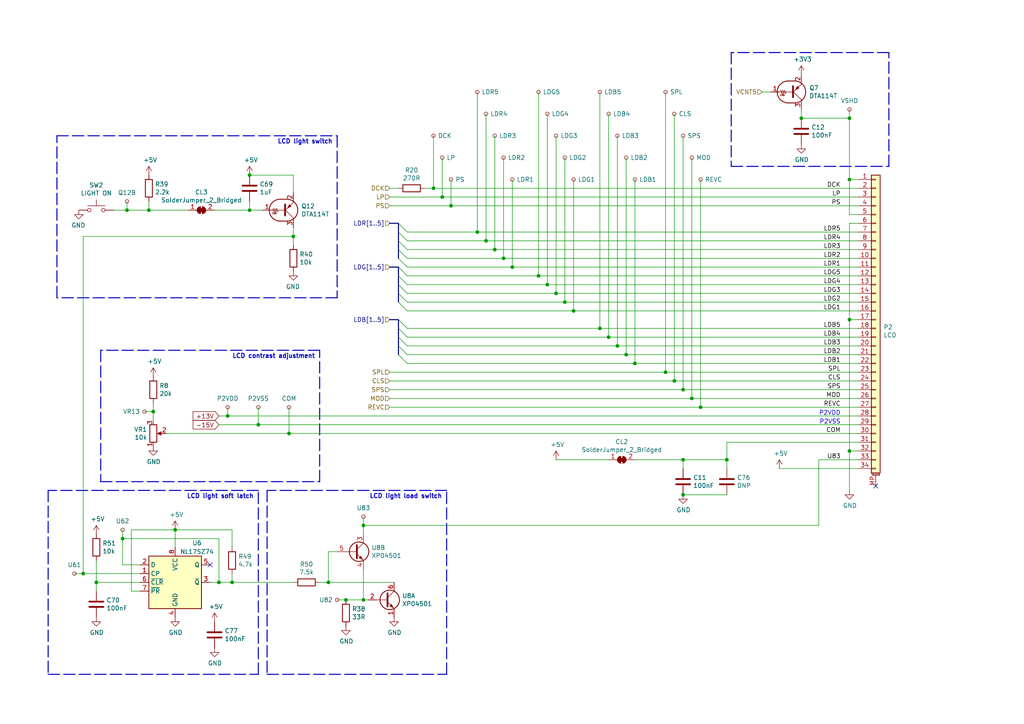
<source format=kicad_sch>
(kicad_sch (version 20211123) (generator eeschema)
  (paper "A4")
  (title_block (title "AGS-CPU-11 - LCD") (date "2021-07-26") (rev "C") (company "https://gekkio.fi") (comment 1 "https://github.com/Gekkio/gb-schematics"))
  (lib_symbols
    (symbol "AGS-CPU-11:NL17SZ74"
      (property "Reference" "U" (at -6.35 8.89 0))
      (property "Value" "NL17SZ74" (at 6.35 8.89 0))
      (symbol "NL17SZ74_0_1"
        (rectangle (start -7.62 7.62) (end 7.62 -7.62) (stroke (width 0.254)) (fill (type background)))
      )
      (symbol "NL17SZ74_1_1"
        (pin input line (at -10.16 2.54 0) (length 2.54) (name "CP") (number "1"))
        (pin input line (at -10.16 5.08 0) (length 2.54) (name "D") (number "2"))
        (pin output line (at 10.16 0 180) (length 2.54) (name "~{Q}") (number "3"))
        (pin power_in line (at 0 -10.16 90) (length 2.54) (name "GND") (number "4"))
        (pin output line (at 10.16 5.08 180) (length 2.54) (name "Q") (number "5"))
        (pin input line (at -10.16 0 0) (length 2.54) (name "~{CLR}") (number "6"))
        (pin input line (at -10.16 -2.54 0) (length 2.54) (name "~{PR}") (number "7"))
        (pin power_in line (at 0 10.16 270) (length 2.54) (name "VCC") (number "8"))
      )
    )
    (symbol "Connector:TestPoint_Small" (pin_numbers hide) (pin_names (offset 0.762) hide)
      (property "Reference" "TP" (at 0 3.81 0))
      (property "Value" "TestPoint_Small" (at 0 2.032 0))
      (symbol "TestPoint_Small_0_1"
        (circle (center 0 0) (radius 0.508))
      )
      (symbol "TestPoint_Small_1_1"
        (pin passive line (at 0 0 90) (length 0) (name "1") (number "1"))
      )
    )
    (symbol "Connector_Generic_MountingPin:Conn_01x34_MountingPin" (pin_names (offset 1.016) hide)
      (property "Reference" "J" (at 0 43.18 0))
      (property "Value" "Conn_01x34_MountingPin" (at 1.27 -45.72 0))
      (symbol "Conn_01x34_MountingPin_1_1"
        (rectangle (start -1.27 -43.053) (end 0 -43.307) (stroke (width 0.1524)))
        (rectangle (start -1.27 -40.513) (end 0 -40.767) (stroke (width 0.1524)))
        (rectangle (start -1.27 -37.973) (end 0 -38.227) (stroke (width 0.1524)))
        (rectangle (start -1.27 -35.433) (end 0 -35.687) (stroke (width 0.1524)))
        (rectangle (start -1.27 -32.893) (end 0 -33.147) (stroke (width 0.1524)))
        (rectangle (start -1.27 -30.353) (end 0 -30.607) (stroke (width 0.1524)))
        (rectangle (start -1.27 -27.813) (end 0 -28.067) (stroke (width 0.1524)))
        (rectangle (start -1.27 -25.273) (end 0 -25.527) (stroke (width 0.1524)))
        (rectangle (start -1.27 -22.733) (end 0 -22.987) (stroke (width 0.1524)))
        (rectangle (start -1.27 -20.193) (end 0 -20.447) (stroke (width 0.1524)))
        (rectangle (start -1.27 -17.653) (end 0 -17.907) (stroke (width 0.1524)))
        (rectangle (start -1.27 -15.113) (end 0 -15.367) (stroke (width 0.1524)))
        (rectangle (start -1.27 -12.573) (end 0 -12.827) (stroke (width 0.1524)))
        (rectangle (start -1.27 -10.033) (end 0 -10.287) (stroke (width 0.1524)))
        (rectangle (start -1.27 -7.493) (end 0 -7.747) (stroke (width 0.1524)))
        (rectangle (start -1.27 -4.953) (end 0 -5.207) (stroke (width 0.1524)))
        (rectangle (start -1.27 -2.413) (end 0 -2.667) (stroke (width 0.1524)))
        (rectangle (start -1.27 0.127) (end 0 -0.127) (stroke (width 0.1524)))
        (rectangle (start -1.27 2.667) (end 0 2.413) (stroke (width 0.1524)))
        (rectangle (start -1.27 5.207) (end 0 4.953) (stroke (width 0.1524)))
        (rectangle (start -1.27 7.747) (end 0 7.493) (stroke (width 0.1524)))
        (rectangle (start -1.27 10.287) (end 0 10.033) (stroke (width 0.1524)))
        (rectangle (start -1.27 12.827) (end 0 12.573) (stroke (width 0.1524)))
        (rectangle (start -1.27 15.367) (end 0 15.113) (stroke (width 0.1524)))
        (rectangle (start -1.27 17.907) (end 0 17.653) (stroke (width 0.1524)))
        (rectangle (start -1.27 20.447) (end 0 20.193) (stroke (width 0.1524)))
        (rectangle (start -1.27 22.987) (end 0 22.733) (stroke (width 0.1524)))
        (rectangle (start -1.27 25.527) (end 0 25.273) (stroke (width 0.1524)))
        (rectangle (start -1.27 28.067) (end 0 27.813) (stroke (width 0.1524)))
        (rectangle (start -1.27 30.607) (end 0 30.353) (stroke (width 0.1524)))
        (rectangle (start -1.27 33.147) (end 0 32.893) (stroke (width 0.1524)))
        (rectangle (start -1.27 35.687) (end 0 35.433) (stroke (width 0.1524)))
        (rectangle (start -1.27 38.227) (end 0 37.973) (stroke (width 0.1524)))
        (rectangle (start -1.27 40.767) (end 0 40.513) (stroke (width 0.1524)))
        (rectangle (start -1.27 41.91) (end 1.27 -44.45) (stroke (width 0.254)) (fill (type background)))
        (polyline (pts (xy -1.016 -45.212) (xy 1.016 -45.212)) (stroke (width 0.1524)))
        (text "Mounting" (at 0 -44.831 0) (effects (font (size 0.381 0.381))))
        (pin passive line (at -5.08 40.64 0) (length 3.81) (name "Pin_1") (number "1"))
        (pin passive line (at -5.08 17.78 0) (length 3.81) (name "Pin_10") (number "10"))
        (pin passive line (at -5.08 15.24 0) (length 3.81) (name "Pin_11") (number "11"))
        (pin passive line (at -5.08 12.7 0) (length 3.81) (name "Pin_12") (number "12"))
        (pin passive line (at -5.08 10.16 0) (length 3.81) (name "Pin_13") (number "13"))
        (pin passive line (at -5.08 7.62 0) (length 3.81) (name "Pin_14") (number "14"))
        (pin passive line (at -5.08 5.08 0) (length 3.81) (name "Pin_15") (number "15"))
        (pin passive line (at -5.08 2.54 0) (length 3.81) (name "Pin_16") (number "16"))
        (pin passive line (at -5.08 0 0) (length 3.81) (name "Pin_17") (number "17"))
        (pin passive line (at -5.08 -2.54 0) (length 3.81) (name "Pin_18") (number "18"))
        (pin passive line (at -5.08 -5.08 0) (length 3.81) (name "Pin_19") (number "19"))
        (pin passive line (at -5.08 38.1 0) (length 3.81) (name "Pin_2") (number "2"))
        (pin passive line (at -5.08 -7.62 0) (length 3.81) (name "Pin_20") (number "20"))
        (pin passive line (at -5.08 -10.16 0) (length 3.81) (name "Pin_21") (number "21"))
        (pin passive line (at -5.08 -12.7 0) (length 3.81) (name "Pin_22") (number "22"))
        (pin passive line (at -5.08 -15.24 0) (length 3.81) (name "Pin_23") (number "23"))
        (pin passive line (at -5.08 -17.78 0) (length 3.81) (name "Pin_24") (number "24"))
        (pin passive line (at -5.08 -20.32 0) (length 3.81) (name "Pin_25") (number "25"))
        (pin passive line (at -5.08 -22.86 0) (length 3.81) (name "Pin_26") (number "26"))
        (pin passive line (at -5.08 -25.4 0) (length 3.81) (name "Pin_27") (number "27"))
        (pin passive line (at -5.08 -27.94 0) (length 3.81) (name "Pin_28") (number "28"))
        (pin passive line (at -5.08 -30.48 0) (length 3.81) (name "Pin_29") (number "29"))
        (pin passive line (at -5.08 35.56 0) (length 3.81) (name "Pin_3") (number "3"))
        (pin passive line (at -5.08 -33.02 0) (length 3.81) (name "Pin_30") (number "30"))
        (pin passive line (at -5.08 -35.56 0) (length 3.81) (name "Pin_31") (number "31"))
        (pin passive line (at -5.08 -38.1 0) (length 3.81) (name "Pin_32") (number "32"))
        (pin passive line (at -5.08 -40.64 0) (length 3.81) (name "Pin_33") (number "33"))
        (pin passive line (at -5.08 -43.18 0) (length 3.81) (name "Pin_34") (number "34"))
        (pin passive line (at -5.08 33.02 0) (length 3.81) (name "Pin_4") (number "4"))
        (pin passive line (at -5.08 30.48 0) (length 3.81) (name "Pin_5") (number "5"))
        (pin passive line (at -5.08 27.94 0) (length 3.81) (name "Pin_6") (number "6"))
        (pin passive line (at -5.08 25.4 0) (length 3.81) (name "Pin_7") (number "7"))
        (pin passive line (at -5.08 22.86 0) (length 3.81) (name "Pin_8") (number "8"))
        (pin passive line (at -5.08 20.32 0) (length 3.81) (name "Pin_9") (number "9"))
        (pin passive line (at 0 -48.26 90) (length 3.048) (name "MountPin") (number "MP"))
      )
    )
    (symbol "Device:C" (pin_numbers hide) (pin_names (offset 0.254))
      (property "Reference" "C" (at 0.635 2.54 0))
      (property "Value" "C" (at 0.635 -2.54 0))
      (symbol "C_0_1"
        (polyline (pts (xy -2.032 -0.762) (xy 2.032 -0.762)) (stroke (width 0.508)))
        (polyline (pts (xy -2.032 0.762) (xy 2.032 0.762)) (stroke (width 0.508)))
      )
      (symbol "C_1_1"
        (pin passive line (at 0 3.81 270) (length 2.794) (name "~") (number "1"))
        (pin passive line (at 0 -3.81 90) (length 2.794) (name "~") (number "2"))
      )
    )
    (symbol "Device:Q_Dual_NPN_NPN_E1B1C2E2B2C1" (pin_names (offset 0) hide)
      (property "Reference" "Q" (at 5.08 1.27 0))
      (property "Value" "Q_Dual_NPN_NPN_E1B1C2E2B2C1" (at 5.08 -1.27 0))
      (symbol "Q_Dual_NPN_NPN_E1B1C2E2B2C1_0_1"
        (polyline (pts (xy 0.635 0) (xy -2.54 0)))
        (polyline (pts (xy 0.635 0.635) (xy 2.54 2.54)))
        (polyline (pts (xy 0.635 -0.635) (xy 2.54 -2.54) (xy 2.54 -2.54)))
        (polyline (pts (xy 0.635 1.905) (xy 0.635 -1.905) (xy 0.635 -1.905)) (stroke (width 0.508)))
        (polyline (pts (xy 1.27 -1.778) (xy 1.778 -1.27) (xy 2.286 -2.286) (xy 1.27 -1.778) (xy 1.27 -1.778)) (fill (type outline)))
        (circle (center 1.27 0) (radius 2.8194) (stroke (width 0.254)))
      )
      (symbol "Q_Dual_NPN_NPN_E1B1C2E2B2C1_1_1"
        (pin passive line (at 2.54 -5.08 90) (length 2.54) (name "E1") (number "1"))
        (pin input line (at -5.08 0 0) (length 2.54) (name "B1") (number "2"))
        (pin passive line (at 2.54 5.08 270) (length 2.54) (name "C1") (number "6"))
      )
      (symbol "Q_Dual_NPN_NPN_E1B1C2E2B2C1_2_1"
        (pin passive line (at 2.54 5.08 270) (length 2.54) (name "C2") (number "3"))
        (pin passive line (at 2.54 -5.08 90) (length 2.54) (name "E2") (number "4"))
        (pin input line (at -5.08 0 0) (length 2.54) (name "B2") (number "5"))
      )
    )
    (symbol "Device:R" (pin_numbers hide) (pin_names (offset 0))
      (property "Reference" "R" (at 2.032 0 90))
      (property "Value" "R" (at 0 0 90))
      (symbol "R_0_1"
        (rectangle (start -1.016 -2.54) (end 1.016 2.54) (stroke (width 0.254)))
      )
      (symbol "R_1_1"
        (pin passive line (at 0 3.81 270) (length 1.27) (name "~") (number "1"))
        (pin passive line (at 0 -3.81 90) (length 1.27) (name "~") (number "2"))
      )
    )
    (symbol "Device:R_Potentiometer" (pin_names (offset 1.016) hide)
      (property "Reference" "RV" (at -4.445 0 90))
      (property "Value" "R_Potentiometer" (at -2.54 0 90))
      (symbol "R_Potentiometer_0_1"
        (polyline (pts (xy 2.54 0) (xy 1.524 0)))
        (polyline (pts (xy 1.143 0) (xy 2.286 0.508) (xy 2.286 -0.508) (xy 1.143 0)) (fill (type outline)))
        (rectangle (start 1.016 2.54) (end -1.016 -2.54) (stroke (width 0.254)))
      )
      (symbol "R_Potentiometer_1_1"
        (pin passive line (at 0 3.81 270) (length 1.27) (name "1") (number "1"))
        (pin passive line (at 3.81 0 180) (length 1.27) (name "2") (number "2"))
        (pin passive line (at 0 -3.81 90) (length 1.27) (name "3") (number "3"))
      )
    )
    (symbol "Jumper:SolderJumper_2_Bridged" (pin_names (offset 0) hide)
      (property "Reference" "JP" (at 0 2.032 0))
      (property "Value" "SolderJumper_2_Bridged" (at 0 -2.54 0))
      (symbol "SolderJumper_2_Bridged_0_1"
        (rectangle (start -0.508 0.508) (end 0.508 -0.508) (fill (type outline)))
        (arc (start -0.254 1.016) (mid -1.27 0) (end -0.254 -1.016))
        (arc (start -0.254 1.016) (mid -1.27 0) (end -0.254 -1.016) (fill (type outline)))
        (polyline (pts (xy -0.254 1.016) (xy -0.254 -1.016)))
        (polyline (pts (xy 0.254 1.016) (xy 0.254 -1.016)))
        (arc (start 0.254 -1.016) (mid 1.27 0) (end 0.254 1.016))
        (arc (start 0.254 -1.016) (mid 1.27 0) (end 0.254 1.016) (fill (type outline)))
      )
      (symbol "SolderJumper_2_Bridged_1_1"
        (pin passive line (at -3.81 0 0) (length 2.54) (name "A") (number "1"))
        (pin passive line (at 3.81 0 180) (length 2.54) (name "B") (number "2"))
      )
    )
    (symbol "Switch:SW_Push" (pin_numbers hide) (pin_names (offset 1.016) hide)
      (property "Reference" "SW" (at 1.27 2.54 0))
      (property "Value" "SW_Push" (at 0 -1.524 0))
      (symbol "SW_Push_0_1"
        (circle (center -2.032 0) (radius 0.508))
        (polyline (pts (xy 0 1.27) (xy 0 3.048)))
        (polyline (pts (xy 2.54 1.27) (xy -2.54 1.27)))
        (circle (center 2.032 0) (radius 0.508))
        (pin passive line (at -5.08 0 0) (length 2.54) (name "1") (number "1"))
        (pin passive line (at 5.08 0 180) (length 2.54) (name "2") (number "2"))
      )
    )
    (symbol "Transistor_BJT:DTA114T" (pin_names (offset 0) hide)
      (property "Reference" "Q" (at 5.08 1.905 0))
      (property "Value" "DTA114T" (at 5.08 0 0))
      (symbol "DTA114T_0_0"
        (polyline (pts (xy 2.54 -2.286) (xy 2.54 -2.54)))
        (text "10k" (at -2.921 0.889 0) (effects (font (size 0.508 0.508))))
      )
      (symbol "DTA114T_0_1"
        (arc (start -1.27 3.175) (mid -4.445 0) (end -1.27 -3.175) (stroke (width 0.254)))
        (polyline (pts (xy -3.429 0) (xy -3.81 0)))
        (polyline (pts (xy -1.27 -3.175) (xy 0.635 -3.175)) (stroke (width 0.254)))
        (polyline (pts (xy -1.27 3.175) (xy 0.635 3.175)) (stroke (width 0.254)))
        (polyline (pts (xy 0 -0.254) (xy 2.54 2.286)))
        (polyline (pts (xy 0.127 1.524) (xy 0.127 -1.651)) (stroke (width 0.508)) (fill (type outline)))
        (polyline (pts (xy 2.54 2.286) (xy 2.54 2.54)))
        (polyline (pts (xy 2.54 -2.286) (xy 0 0.254) (xy 0 0.254)))
        (polyline (pts (xy 1.397 -1.651) (xy 1.905 -1.143) (xy 0.889 -0.635) (xy 1.397 -1.651)) (fill (type outline)))
        (polyline (pts (xy 0 0) (xy -1.905 0) (xy -2.032 0.508) (xy -2.286 -0.508) (xy -2.54 0.508) (xy -2.794 -0.508) (xy -3.048 0.508) (xy -3.302 -0.508) (xy -3.429 0)))
        (arc (start 0.635 -3.175) (mid 3.81 0) (end 0.635 3.175) (stroke (width 0.254)))
      )
      (symbol "DTA114T_1_1"
        (pin input line (at -6.35 0 0) (length 2.54) (name "B") (number "1"))
        (pin passive line (at 2.54 -5.08 90) (length 2.54) (name "E") (number "2"))
        (pin passive line (at 2.54 5.08 270) (length 2.54) (name "C") (number "3"))
      )
    )
    (symbol "power:+3V3" (power) (pin_names (offset 0))
      (property "Value" "+3V3" (at 0 3.556 0))
      (symbol "+3V3_0_1"
        (polyline (pts (xy -0.762 1.27) (xy 0 2.54)))
        (polyline (pts (xy 0 0) (xy 0 2.54)))
        (polyline (pts (xy 0 2.54) (xy 0.762 1.27)))
      )
      (symbol "+3V3_1_1"
        (pin power_in line (at 0 0 90) (length 0) hide (name "+3V3") (number "1"))
      )
    )
    (symbol "power:+5V" (power) (pin_names (offset 0))
      (property "Value" "+5V" (at 0 3.556 0))
      (symbol "+5V_0_1"
        (polyline (pts (xy -0.762 1.27) (xy 0 2.54)))
        (polyline (pts (xy 0 0) (xy 0 2.54)))
        (polyline (pts (xy 0 2.54) (xy 0.762 1.27)))
      )
      (symbol "+5V_1_1"
        (pin power_in line (at 0 0 90) (length 0) hide (name "+5V") (number "1"))
      )
    )
    (symbol "power:GND" (power) (pin_names (offset 0))
      (property "Value" "GND" (at 0 -3.81 0))
      (symbol "GND_0_1"
        (polyline (pts (xy 0 0) (xy 0 -1.27) (xy 1.27 -1.27) (xy 0 -2.54) (xy -1.27 -1.27) (xy 0 -1.27)))
      )
      (symbol "GND_1_1"
        (pin power_in line (at 0 0 270) (length 0) hide (name "GND") (number "1"))
      )
    )
  )
  (junction (at 105.41 152.4))
  (junction (at 203.2 118.11))
  (junction (at 146.05 74.93))
  (junction (at 246.38 34.29))
  (junction (at 105.41 173.99))
  (junction (at 198.12 113.03))
  (junction (at 36.83 60.96))
  (junction (at 198.12 143.51))
  (junction (at 143.51 72.39))
  (junction (at 210.82 133.35))
  (junction (at 27.94 168.91))
  (junction (at 67.31 168.91))
  (junction (at 200.66 115.57))
  (junction (at 179.07 100.33))
  (junction (at 44.45 119.38))
  (junction (at 63.5 168.91))
  (junction (at 130.81 59.69))
  (junction (at 43.18 60.96))
  (junction (at 148.59 77.47))
  (junction (at 85.09 68.58))
  (junction (at 95.25 168.91))
  (junction (at 74.93 123.19))
  (junction (at 72.39 60.96))
  (junction (at 140.97 69.85))
  (junction (at 163.83 87.63))
  (junction (at 195.58 110.49))
  (junction (at 50.8 153.67))
  (junction (at 246.38 130.81))
  (junction (at 166.37 90.17))
  (junction (at 246.38 52.07))
  (junction (at 246.38 92.71))
  (junction (at 100.33 173.99))
  (junction (at 72.39 50.8))
  (junction (at 193.04 107.95))
  (junction (at 156.21 80.01))
  (junction (at 125.73 54.61))
  (junction (at 66.04 120.65))
  (junction (at 35.56 156.21))
  (junction (at 158.75 82.55))
  (junction (at 173.99 95.25))
  (junction (at 176.53 97.79))
  (junction (at 184.15 105.41))
  (junction (at 161.29 85.09))
  (junction (at 24.13 166.37))
  (junction (at 198.12 133.35))
  (junction (at 232.41 34.29))
  (junction (at 128.27 57.15))
  (junction (at 138.43 67.31))
  (junction (at 181.61 102.87))
  (junction (at 83.82 125.73))
  (no_connect (at 254 140.97))
  (no_connect (at 60.96 163.83))
  (bus_entry (at 115.57 64.77) (size 2.54 2.54))
  (bus_entry (at 115.57 80.01) (size 2.54 2.54))
  (bus_entry (at 115.57 85.09) (size 2.54 2.54))
  (bus_entry (at 115.57 67.31) (size 2.54 2.54))
  (bus_entry (at 115.57 72.39) (size 2.54 2.54))
  (bus_entry (at 115.57 102.87) (size 2.54 2.54))
  (bus_entry (at 115.57 100.33) (size 2.54 2.54))
  (bus_entry (at 115.57 87.63) (size 2.54 2.54))
  (bus_entry (at 115.57 95.25) (size 2.54 2.54))
  (bus_entry (at 115.57 74.93) (size 2.54 2.54))
  (bus_entry (at 115.57 77.47) (size 2.54 2.54))
  (bus_entry (at 115.57 97.79) (size 2.54 2.54))
  (bus_entry (at 115.57 69.85) (size 2.54 2.54))
  (bus_entry (at 115.57 82.55) (size 2.54 2.54))
  (bus_entry (at 115.57 92.71) (size 2.54 2.54))
  (wire (pts (xy 21.59 166.37) (xy 24.13 166.37)))
  (wire (pts (xy 146.05 74.93) (xy 118.11 74.93)))
  (wire (pts (xy 246.38 34.29) (xy 232.41 34.29)))
  (wire (pts (xy 27.94 168.91) (xy 27.94 171.45)))
  (wire (pts (xy 48.26 125.73) (xy 83.82 125.73)))
  (wire (pts (xy 67.31 166.37) (xy 67.31 168.91)))
  (wire (pts (xy 83.82 118.11) (xy 83.82 125.73)))
  (wire (pts (xy 24.13 166.37) (xy 40.64 166.37)))
  (wire (pts (xy 158.75 82.55) (xy 248.92 82.55)))
  (wire (pts (xy 146.05 74.93) (xy 146.05 45.72)))
  (wire (pts (xy 248.92 64.77) (xy 246.38 64.77)))
  (wire (pts (xy 113.03 59.69) (xy 130.81 59.69)))
  (wire (pts (xy 118.11 69.85) (xy 140.97 69.85)))
  (wire (pts (xy 43.18 58.42) (xy 43.18 60.96)))
  (wire (pts (xy 161.29 133.35) (xy 176.53 133.35)))
  (wire (pts (xy 179.07 100.33) (xy 179.07 39.37)))
  (wire (pts (xy 198.12 113.03) (xy 113.03 113.03)))
  (wire (pts (xy 85.09 71.12) (xy 85.09 68.58)))
  (bus (pts (xy 115.57 100.33) (xy 115.57 102.87)))
  (wire (pts (xy 36.83 58.42) (xy 36.83 60.96)))
  (wire (pts (xy 138.43 67.31) (xy 138.43 26.67)))
  (wire (pts (xy 105.41 152.4) (xy 105.41 154.94)))
  (wire (pts (xy 125.73 39.37) (xy 125.73 54.61)))
  (polyline (pts (xy 29.21 101.6) (xy 29.21 139.7)) (stroke (width 0.3)))
  (wire (pts (xy 200.66 115.57) (xy 248.92 115.57)))
  (wire (pts (xy 74.93 123.19) (xy 248.92 123.19)))
  (wire (pts (xy 146.05 74.93) (xy 248.92 74.93)))
  (wire (pts (xy 166.37 90.17) (xy 166.37 52.07)))
  (wire (pts (xy 246.38 92.71) (xy 246.38 130.81)))
  (wire (pts (xy 66.04 120.65) (xy 248.92 120.65)))
  (wire (pts (xy 246.38 31.75) (xy 246.38 34.29)))
  (bus (pts (xy 115.57 85.09) (xy 115.57 87.63)))
  (wire (pts (xy 163.83 87.63) (xy 248.92 87.63)))
  (wire (pts (xy 210.82 128.27) (xy 248.92 128.27)))
  (wire (pts (xy 50.8 153.67) (xy 67.31 153.67)))
  (bus (pts (xy 115.57 72.39) (xy 115.57 74.93)))
  (wire (pts (xy 210.82 128.27) (xy 210.82 133.35)))
  (wire (pts (xy 248.92 92.71) (xy 246.38 92.71)))
  (wire (pts (xy 41.91 119.38) (xy 44.45 119.38)))
  (bus (pts (xy 115.57 77.47) (xy 115.57 80.01)))
  (wire (pts (xy 33.02 60.96) (xy 36.83 60.96)))
  (wire (pts (xy 36.83 60.96) (xy 43.18 60.96)))
  (wire (pts (xy 148.59 77.47) (xy 148.59 52.07)))
  (wire (pts (xy 97.79 173.99) (xy 100.33 173.99)))
  (wire (pts (xy 63.5 123.19) (xy 74.93 123.19)))
  (wire (pts (xy 72.39 50.8) (xy 85.09 50.8)))
  (polyline (pts (xy 212.09 48.26) (xy 257.81 48.26)) (stroke (width 0.3)))
  (wire (pts (xy 40.64 168.91) (xy 27.94 168.91)))
  (wire (pts (xy 138.43 67.31) (xy 248.92 67.31)))
  (wire (pts (xy 198.12 143.51) (xy 210.82 143.51)))
  (wire (pts (xy 246.38 52.07) (xy 246.38 34.29)))
  (wire (pts (xy 35.56 153.67) (xy 35.56 156.21)))
  (wire (pts (xy 118.11 87.63) (xy 163.83 87.63)))
  (wire (pts (xy 198.12 113.03) (xy 248.92 113.03)))
  (polyline (pts (xy 257.81 48.26) (xy 257.81 15.24)) (stroke (width 0.3)))
  (bus (pts (xy 115.57 67.31) (xy 115.57 69.85)))
  (wire (pts (xy 140.97 69.85) (xy 248.92 69.85)))
  (wire (pts (xy 193.04 107.95) (xy 193.04 26.67)))
  (wire (pts (xy 72.39 58.42) (xy 72.39 60.96)))
  (wire (pts (xy 35.56 163.83) (xy 35.56 156.21)))
  (wire (pts (xy 248.92 130.81) (xy 246.38 130.81)))
  (wire (pts (xy 115.57 54.61) (xy 113.03 54.61)))
  (wire (pts (xy 161.29 85.09) (xy 248.92 85.09)))
  (wire (pts (xy 198.12 113.03) (xy 198.12 39.37)))
  (wire (pts (xy 123.19 54.61) (xy 125.73 54.61)))
  (polyline (pts (xy 212.09 15.24) (xy 212.09 48.26)) (stroke (width 0.3)))
  (wire (pts (xy 63.5 156.21) (xy 63.5 168.91)))
  (polyline (pts (xy 13.97 142.24) (xy 13.97 195.58)) (stroke (width 0.3)))
  (wire (pts (xy 143.51 72.39) (xy 143.51 39.37)))
  (wire (pts (xy 130.81 59.69) (xy 130.81 52.07)))
  (wire (pts (xy 44.45 116.84) (xy 44.45 119.38)))
  (wire (pts (xy 40.64 171.45) (xy 38.1 171.45)))
  (wire (pts (xy 176.53 97.79) (xy 176.53 33.02)))
  (wire (pts (xy 181.61 102.87) (xy 181.61 45.72)))
  (wire (pts (xy 105.41 165.1) (xy 105.41 173.99)))
  (wire (pts (xy 195.58 110.49) (xy 248.92 110.49)))
  (wire (pts (xy 118.11 85.09) (xy 161.29 85.09)))
  (wire (pts (xy 85.09 68.58) (xy 24.13 68.58)))
  (wire (pts (xy 118.11 77.47) (xy 148.59 77.47)))
  (wire (pts (xy 38.1 153.67) (xy 50.8 153.67)))
  (wire (pts (xy 128.27 57.15) (xy 113.03 57.15)))
  (wire (pts (xy 158.75 82.55) (xy 158.75 33.02)))
  (polyline (pts (xy 16.51 39.37) (xy 97.79 39.37)) (stroke (width 0.3)))
  (bus (pts (xy 113.03 77.47) (xy 115.57 77.47)))
  (wire (pts (xy 198.12 135.89) (xy 198.12 133.35)))
  (wire (pts (xy 105.41 149.86) (xy 105.41 152.4)))
  (wire (pts (xy 210.82 133.35) (xy 210.82 135.89)))
  (wire (pts (xy 232.41 31.75) (xy 232.41 34.29)))
  (wire (pts (xy 113.03 110.49) (xy 195.58 110.49)))
  (wire (pts (xy 67.31 153.67) (xy 67.31 158.75)))
  (wire (pts (xy 125.73 54.61) (xy 248.92 54.61)))
  (wire (pts (xy 118.11 90.17) (xy 166.37 90.17)))
  (wire (pts (xy 85.09 168.91) (xy 67.31 168.91)))
  (wire (pts (xy 184.15 133.35) (xy 198.12 133.35)))
  (wire (pts (xy 246.38 64.77) (xy 246.38 92.71)))
  (wire (pts (xy 63.5 120.65) (xy 66.04 120.65)))
  (bus (pts (xy 115.57 80.01) (xy 115.57 82.55)))
  (polyline (pts (xy 77.47 142.24) (xy 77.47 195.58)) (stroke (width 0.3)))
  (wire (pts (xy 118.11 102.87) (xy 181.61 102.87)))
  (wire (pts (xy 105.41 173.99) (xy 100.33 173.99)))
  (wire (pts (xy 176.53 97.79) (xy 248.92 97.79)))
  (wire (pts (xy 198.12 133.35) (xy 210.82 133.35)))
  (wire (pts (xy 113.03 118.11) (xy 203.2 118.11)))
  (wire (pts (xy 179.07 100.33) (xy 248.92 100.33)))
  (wire (pts (xy 118.11 105.41) (xy 184.15 105.41)))
  (bus (pts (xy 113.03 64.77) (xy 115.57 64.77)))
  (wire (pts (xy 118.11 97.79) (xy 176.53 97.79)))
  (wire (pts (xy 246.38 52.07) (xy 246.38 62.23)))
  (wire (pts (xy 76.2 60.96) (xy 72.39 60.96)))
  (wire (pts (xy 63.5 168.91) (xy 60.96 168.91)))
  (wire (pts (xy 85.09 68.58) (xy 85.09 66.04)))
  (polyline (pts (xy 16.51 86.36) (xy 16.51 39.37)) (stroke (width 0.3)))
  (polyline (pts (xy 97.79 86.36) (xy 16.51 86.36)) (stroke (width 0.3)))
  (wire (pts (xy 50.8 153.67) (xy 50.8 158.75)))
  (wire (pts (xy 118.11 95.25) (xy 173.99 95.25)))
  (polyline (pts (xy 74.93 142.24) (xy 13.97 142.24)) (stroke (width 0.3)))
  (wire (pts (xy 193.04 107.95) (xy 248.92 107.95)))
  (wire (pts (xy 106.68 173.99) (xy 105.41 173.99)))
  (polyline (pts (xy 129.54 195.58) (xy 129.54 142.24)) (stroke (width 0.3)))
  (wire (pts (xy 143.51 72.39) (xy 248.92 72.39)))
  (wire (pts (xy 220.98 26.67) (xy 223.52 26.67)))
  (wire (pts (xy 72.39 60.96) (xy 62.23 60.96)))
  (bus (pts (xy 115.57 82.55) (xy 115.57 85.09)))
  (polyline (pts (xy 129.54 142.24) (xy 77.47 142.24)) (stroke (width 0.3)))
  (wire (pts (xy 246.38 52.07) (xy 248.92 52.07)))
  (wire (pts (xy 200.66 115.57) (xy 113.03 115.57)))
  (wire (pts (xy 35.56 156.21) (xy 63.5 156.21)))
  (wire (pts (xy 27.94 162.56) (xy 27.94 168.91)))
  (wire (pts (xy 118.11 67.31) (xy 138.43 67.31)))
  (polyline (pts (xy 257.81 15.24) (xy 212.09 15.24)) (stroke (width 0.3)))
  (wire (pts (xy 95.25 160.02) (xy 95.25 168.91)))
  (wire (pts (xy 92.71 168.91) (xy 95.25 168.91)))
  (wire (pts (xy 105.41 152.4) (xy 237.49 152.4)))
  (wire (pts (xy 166.37 90.17) (xy 248.92 90.17)))
  (wire (pts (xy 118.11 80.01) (xy 156.21 80.01)))
  (wire (pts (xy 130.81 59.69) (xy 248.92 59.69)))
  (wire (pts (xy 74.93 123.19) (xy 74.93 118.11)))
  (wire (pts (xy 118.11 100.33) (xy 179.07 100.33)))
  (polyline (pts (xy 77.47 195.58) (xy 129.54 195.58)) (stroke (width 0.3)))
  (wire (pts (xy 184.15 105.41) (xy 184.15 52.07)))
  (wire (pts (xy 24.13 68.58) (xy 24.13 166.37)))
  (polyline (pts (xy 74.93 195.58) (xy 74.93 142.24)) (stroke (width 0.3)))
  (wire (pts (xy 143.51 72.39) (xy 118.11 72.39)))
  (wire (pts (xy 67.31 168.91) (xy 63.5 168.91)))
  (wire (pts (xy 237.49 152.4) (xy 237.49 133.35)))
  (wire (pts (xy 148.59 77.47) (xy 248.92 77.47)))
  (polyline (pts (xy 97.79 39.37) (xy 97.79 86.36)) (stroke (width 0.3)))
  (polyline (pts (xy 29.21 139.7) (xy 92.71 139.7)) (stroke (width 0.3)))
  (bus (pts (xy 115.57 92.71) (xy 115.57 95.25)))
  (wire (pts (xy 44.45 119.38) (xy 44.45 121.92)))
  (bus (pts (xy 115.57 64.77) (xy 115.57 67.31)))
  (wire (pts (xy 128.27 57.15) (xy 128.27 45.72)))
  (wire (pts (xy 83.82 125.73) (xy 248.92 125.73)))
  (wire (pts (xy 200.66 45.72) (xy 200.66 115.57)))
  (wire (pts (xy 66.04 120.65) (xy 66.04 118.11)))
  (wire (pts (xy 203.2 118.11) (xy 248.92 118.11)))
  (wire (pts (xy 184.15 105.41) (xy 248.92 105.41)))
  (polyline (pts (xy 13.97 195.58) (xy 74.93 195.58)) (stroke (width 0.3)))
  (wire (pts (xy 193.04 107.95) (xy 113.03 107.95)))
  (bus (pts (xy 113.03 92.71) (xy 115.57 92.71)))
  (wire (pts (xy 246.38 130.81) (xy 246.38 142.24)))
  (wire (pts (xy 237.49 133.35) (xy 248.92 133.35)))
  (wire (pts (xy 156.21 80.01) (xy 156.21 26.67)))
  (wire (pts (xy 203.2 118.11) (xy 203.2 52.07)))
  (wire (pts (xy 40.64 163.83) (xy 35.56 163.83)))
  (wire (pts (xy 85.09 55.88) (xy 85.09 50.8)))
  (wire (pts (xy 118.11 82.55) (xy 158.75 82.55)))
  (wire (pts (xy 173.99 95.25) (xy 173.99 26.67)))
  (wire (pts (xy 128.27 57.15) (xy 248.92 57.15)))
  (wire (pts (xy 95.25 168.91) (xy 114.3 168.91)))
  (wire (pts (xy 43.18 60.96) (xy 54.61 60.96)))
  (wire (pts (xy 38.1 153.67) (xy 38.1 171.45)))
  (bus (pts (xy 115.57 95.25) (xy 115.57 97.79)))
  (wire (pts (xy 226.06 135.89) (xy 248.92 135.89)))
  (wire (pts (xy 181.61 102.87) (xy 248.92 102.87)))
  (bus (pts (xy 115.57 69.85) (xy 115.57 72.39)))
  (wire (pts (xy 140.97 69.85) (xy 140.97 33.02)))
  (wire (pts (xy 161.29 85.09) (xy 161.29 39.37)))
  (wire (pts (xy 248.92 62.23) (xy 246.38 62.23)))
  (wire (pts (xy 97.79 160.02) (xy 95.25 160.02)))
  (bus (pts (xy 115.57 97.79) (xy 115.57 100.33)))
  (polyline (pts (xy 92.71 101.6) (xy 29.21 101.6)) (stroke (width 0.3)))
  (polyline (pts (xy 92.71 139.7) (xy 92.71 101.6)) (stroke (width 0.3)))
  (wire (pts (xy 156.21 80.01) (xy 248.92 80.01)))
  (wire (pts (xy 195.58 110.49) (xy 195.58 33.02)))
  (wire (pts (xy 163.83 87.63) (xy 163.83 45.72)))
  (wire (pts (xy 173.99 95.25) (xy 248.92 95.25)))
  (text "LCD light switch" (at 96.52 41.91 180) (effects (font (size 1.27 1.27) (thickness 0.254) bold) (justify right bottom)))
  (text "P2VDD" (at 243.84 120.65 180) (effects (font (size 1.27 1.27)) (justify right bottom)))
  (text "LCD light load switch" (at 128.27 144.78 180) (effects (font (size 1.27 1.27) (thickness 0.254) bold) (justify right bottom)))
  (text "P2VSS" (at 243.84 123.19 180) (effects (font (size 1.27 1.27)) (justify right bottom)))
  (text "LCD contrast adjustment" (at 91.44 104.14 180) (effects (font (size 1.27 1.27) (thickness 0.254) bold) (justify right bottom)))
  (text "LCD light soft latch" (at 73.66 144.78 180) (effects (font (size 1.27 1.27) (thickness 0.254) bold) (justify right bottom)))
  (label "LDB1" (at 243.84 105.41 180))
  (label "SPS" (at 243.84 113.03 180))
  (label "DCK" (at 243.84 54.61 180))
  (label "REVC" (at 243.84 118.11 180))
  (label "LDB5" (at 243.84 95.25 180))
  (label "LDG1" (at 243.84 90.17 180))
  (label "U83" (at 243.84 133.35 180))
  (label "SPL" (at 243.84 107.95 180))
  (label "LDR5" (at 243.84 67.31 180))
  (label "LDR2" (at 243.84 74.93 180))
  (label "LDG2" (at 243.84 87.63 180))
  (label "LP" (at 243.84 57.15 180))
  (label "LDG4" (at 243.84 82.55 180))
  (label "PS" (at 243.84 59.69 180))
  (label "LDG3" (at 243.84 85.09 180))
  (label "LDR3" (at 243.84 72.39 180))
  (label "MOD" (at 243.84 115.57 180))
  (label "LDB3" (at 243.84 100.33 180))
  (label "LDB4" (at 243.84 97.79 180))
  (label "CLS" (at 243.84 110.49 180))
  (label "LDR1" (at 243.84 77.47 180))
  (label "LDB2" (at 243.84 102.87 180))
  (label "LDG5" (at 243.84 80.01 180))
  (label "COM" (at 243.84 125.73 180))
  (label "LDR4" (at 243.84 69.85 180))
  (global_label "-15V" (shape input) (at 63.5 123.19 180) (property "Intersheet References" "${INTERSHEET_REFS}" (effects hide)))
  (global_label "+13V" (shape input) (at 63.5 120.65 180) (property "Intersheet References" "${INTERSHEET_REFS}" (effects hide)))
  (hierarchical_label "LDB[1..5]" (shape input) (at 113.03 92.71 180))
  (hierarchical_label "DCK" (shape input) (at 113.03 54.61 180))
  (hierarchical_label "LDG[1..5]" (shape input) (at 113.03 77.47 180))
  (hierarchical_label "PS" (shape input) (at 113.03 59.69 180))
  (hierarchical_label "SPS" (shape input) (at 113.03 113.03 180))
  (hierarchical_label "CLS" (shape input) (at 113.03 110.49 180))
  (hierarchical_label "SPL" (shape input) (at 113.03 107.95 180))
  (hierarchical_label "REVC" (shape input) (at 113.03 118.11 180))
  (hierarchical_label "MOD" (shape input) (at 113.03 115.57 180))
  (hierarchical_label "LP" (shape input) (at 113.03 57.15 180))
  (hierarchical_label "LDR[1..5]" (shape input) (at 113.03 64.77 180))
  (hierarchical_label "VCNT5" (shape input) (at 220.98 26.67 180))
  (symbol (lib_id "Connector_Generic_MountingPin:Conn_01x34_MountingPin") (at 254 92.71 0) (unit 1)
    (property "Reference" "P2" (at 256.2352 94.8944 0) (effects (justify left)))
    (property "Value" "LCD" (at 256.2352 97.2058 0) (effects (justify left)))
  )
  (symbol (lib_id "Device:C") (at 232.41 38.1 0) (unit 1)
    (property "Reference" "C12" (at 235.331 36.9316 0) (effects (justify left)))
    (property "Value" "100nF" (at 235.331 39.243 0) (effects (justify left)))
  )
  (symbol (lib_id "Connector:TestPoint_Small") (at 246.38 31.75 90) (unit 1)
    (property "Reference" "TP99" (effects hide))
    (property "Value" "VSHD" (at 246.38 29.21 90))
  )
  (symbol (lib_id "Transistor_BJT:DTA114T") (at 229.87 26.67 0) (mirror x) (unit 1)
    (property "Reference" "Q7" (at 234.696 25.5016 0) (effects (justify left)))
    (property "Value" "DTA114T" (at 234.696 27.813 0) (effects (justify left)))
  )
  (symbol (lib_id "power:+3V3") (at 232.41 21.59 0) (unit 1)
    (property "Reference" "#PWR0188" (effects hide))
    (property "Value" "+3V3" (at 232.791 17.1958 0))
  )
  (symbol (lib_id "power:GND") (at 232.41 41.91 0) (unit 1)
    (property "Reference" "#PWR0189" (effects hide))
    (property "Value" "GND" (at 232.537 46.3042 0))
  )
  (symbol (lib_id "power:GND") (at 246.38 142.24 0) (unit 1)
    (property "Reference" "#PWR0190" (effects hide))
    (property "Value" "GND" (at 246.507 146.6342 0))
  )
  (symbol (lib_id "power:+5V") (at 226.06 135.89 0) (unit 1)
    (property "Reference" "#PWR0191" (effects hide))
    (property "Value" "+5V" (at 226.441 131.4958 0))
  )
  (symbol (lib_id "Device:R") (at 119.38 54.61 90) (unit 1)
    (property "Reference" "R20" (at 119.38 49.3522 90))
    (property "Value" "270R" (at 119.38 51.6636 90))
  )
  (symbol (lib_id "Jumper:SolderJumper_2_Bridged") (at 180.34 133.35 0) (unit 1)
    (property "Reference" "CL2" (at 180.34 128.143 0))
    (property "Value" "SolderJumper_2_Bridged" (at 180.34 130.4544 0))
  )
  (symbol (lib_id "power:+5V") (at 161.29 133.35 0) (unit 1)
    (property "Reference" "#PWR0206" (effects hide))
    (property "Value" "+5V" (at 161.671 128.9558 0))
  )
  (symbol (lib_id "Device:C") (at 198.12 139.7 0) (unit 1)
    (property "Reference" "C11" (at 201.041 138.5316 0) (effects (justify left)))
    (property "Value" "100nF" (at 201.041 140.843 0) (effects (justify left)))
  )
  (symbol (lib_id "Device:C") (at 210.82 139.7 0) (unit 1)
    (property "Reference" "C76" (at 213.741 138.5316 0) (effects (justify left)))
    (property "Value" "DNP" (at 213.741 140.843 0) (effects (justify left)))
  )
  (symbol (lib_id "power:GND") (at 114.3 179.07 0) (unit 1)
    (property "Reference" "#PWR0204" (effects hide))
    (property "Value" "GND" (at 114.427 183.4642 0))
  )
  (symbol (lib_id "Device:Q_Dual_NPN_NPN_E1B1C2E2B2C1") (at 111.76 173.99 0) (unit 1)
    (property "Reference" "U8" (at 116.6114 172.8216 0) (effects (justify left)))
    (property "Value" "XP04501" (at 116.6114 175.133 0) (effects (justify left)))
  )
  (symbol (lib_id "Device:Q_Dual_NPN_NPN_E1B1C2E2B2C1") (at 102.87 160.02 0) (unit 2)
    (property "Reference" "U8" (at 107.7214 158.8516 0) (effects (justify left)))
    (property "Value" "XP04501" (at 107.7214 161.163 0) (effects (justify left)))
  )
  (symbol (lib_id "power:GND") (at 198.12 143.51 0) (unit 1)
    (property "Reference" "#PWR0192" (effects hide))
    (property "Value" "GND" (at 198.247 147.9042 0))
  )
  (symbol (lib_id "Connector:TestPoint_Small") (at 74.93 118.11 90) (unit 1)
    (property "Reference" "TP72" (effects hide))
    (property "Value" "P2VSS" (at 74.93 115.57 90))
  )
  (symbol (lib_id "Connector:TestPoint_Small") (at 66.04 118.11 90) (unit 1)
    (property "Reference" "TP71" (effects hide))
    (property "Value" "P2VDD" (at 66.04 115.57 90))
  )
  (symbol (lib_id "Connector:TestPoint_Small") (at 83.82 118.11 90) (unit 1)
    (property "Reference" "TP73" (effects hide))
    (property "Value" "COM" (at 83.82 115.57 90))
  )
  (symbol (lib_id "Device:R_Potentiometer") (at 44.45 125.73 0) (mirror x) (unit 1)
    (property "Reference" "VR1" (at 42.672 124.5616 0) (effects (justify right)))
    (property "Value" "10k" (at 42.672 126.873 0) (effects (justify right)))
  )
  (symbol (lib_id "power:GND") (at 44.45 129.54 0) (unit 1)
    (property "Reference" "#PWR0193" (effects hide))
    (property "Value" "GND" (at 44.577 133.9342 0))
  )
  (symbol (lib_id "Device:R") (at 44.45 113.03 0) (unit 1)
    (property "Reference" "R8" (at 46.228 111.8616 0) (effects (justify left)))
    (property "Value" "20k" (at 46.228 114.173 0) (effects (justify left)))
  )
  (symbol (lib_id "power:+5V") (at 44.45 109.22 0) (unit 1)
    (property "Reference" "#PWR0194" (effects hide))
    (property "Value" "+5V" (at 44.831 104.8258 0))
  )
  (symbol (lib_id "Connector:TestPoint_Small") (at 41.91 119.38 90) (unit 1)
    (property "Reference" "TP70" (effects hide))
    (property "Value" "VR13" (at 40.64 119.3799 90) (effects (justify left)))
  )
  (symbol (lib_id "Device:R") (at 100.33 177.8 0) (unit 1)
    (property "Reference" "R38" (at 102.108 176.6316 0) (effects (justify left)))
    (property "Value" "33R" (at 102.108 178.943 0) (effects (justify left)))
  )
  (symbol (lib_id "power:GND") (at 100.33 181.61 0) (unit 1)
    (property "Reference" "#PWR0205" (effects hide))
    (property "Value" "GND" (at 100.457 186.0042 0))
  )
  (symbol (lib_id "Connector:TestPoint_Small") (at 97.79 173.99 180) (unit 1)
    (property "Reference" "TP74" (effects hide))
    (property "Value" "U82" (at 96.52 173.9899 0) (effects (justify left)))
  )
  (symbol (lib_id "Connector:TestPoint_Small") (at 125.73 39.37 0) (unit 1)
    (property "Reference" "TP76" (effects hide))
    (property "Value" "DCK" (at 127 39.3699 0) (effects (justify left)))
  )
  (symbol (lib_id "Connector:TestPoint_Small") (at 128.27 45.72 0) (unit 1)
    (property "Reference" "TP77" (effects hide))
    (property "Value" "LP" (at 129.54 45.7199 0) (effects (justify left)))
  )
  (symbol (lib_id "Connector:TestPoint_Small") (at 130.81 52.07 0) (unit 1)
    (property "Reference" "TP78" (effects hide))
    (property "Value" "PS" (at 132.08 52.0699 0) (effects (justify left)))
  )
  (symbol (lib_id "Connector:TestPoint_Small") (at 138.43 26.67 0) (unit 1)
    (property "Reference" "TP79" (effects hide))
    (property "Value" "LDR5" (at 139.7 26.6699 0) (effects (justify left)))
  )
  (symbol (lib_id "Connector:TestPoint_Small") (at 140.97 33.02 0) (unit 1)
    (property "Reference" "TP80" (effects hide))
    (property "Value" "LDR4" (at 142.24 33.0199 0) (effects (justify left)))
  )
  (symbol (lib_id "Connector:TestPoint_Small") (at 143.51 39.37 0) (unit 1)
    (property "Reference" "TP81" (effects hide))
    (property "Value" "LDR3" (at 144.78 39.3699 0) (effects (justify left)))
  )
  (symbol (lib_id "Connector:TestPoint_Small") (at 146.05 45.72 0) (unit 1)
    (property "Reference" "TP82" (effects hide))
    (property "Value" "LDR2" (at 147.32 45.7199 0) (effects (justify left)))
  )
  (symbol (lib_id "Connector:TestPoint_Small") (at 148.59 52.07 0) (unit 1)
    (property "Reference" "TP83" (effects hide))
    (property "Value" "LDR1" (at 149.86 52.0699 0) (effects (justify left)))
  )
  (symbol (lib_id "Connector:TestPoint_Small") (at 105.41 149.86 90) (unit 1)
    (property "Reference" "TP75" (effects hide))
    (property "Value" "U83" (at 105.41 147.32 90))
  )
  (symbol (lib_id "Connector:TestPoint_Small") (at 156.21 26.67 0) (unit 1)
    (property "Reference" "TP84" (effects hide))
    (property "Value" "LDG5" (at 157.48 26.6699 0) (effects (justify left)))
  )
  (symbol (lib_id "Connector:TestPoint_Small") (at 158.75 33.02 0) (unit 1)
    (property "Reference" "TP85" (effects hide))
    (property "Value" "LDG4" (at 160.02 33.0199 0) (effects (justify left)))
  )
  (symbol (lib_id "Connector:TestPoint_Small") (at 161.29 39.37 0) (unit 1)
    (property "Reference" "TP86" (effects hide))
    (property "Value" "LDG3" (at 162.56 39.3699 0) (effects (justify left)))
  )
  (symbol (lib_id "Connector:TestPoint_Small") (at 163.83 45.72 0) (unit 1)
    (property "Reference" "TP87" (effects hide))
    (property "Value" "LDG2" (at 165.1 45.7199 0) (effects (justify left)))
  )
  (symbol (lib_id "Connector:TestPoint_Small") (at 166.37 52.07 0) (unit 1)
    (property "Reference" "TP88" (effects hide))
    (property "Value" "LDG1" (at 167.64 52.0699 0) (effects (justify left)))
  )
  (symbol (lib_id "Connector:TestPoint_Small") (at 173.99 26.67 0) (unit 1)
    (property "Reference" "TP89" (effects hide))
    (property "Value" "LDB5" (at 175.26 26.6699 0) (effects (justify left)))
  )
  (symbol (lib_id "Connector:TestPoint_Small") (at 176.53 33.02 0) (unit 1)
    (property "Reference" "TP90" (effects hide))
    (property "Value" "LDB4" (at 177.8 33.0199 0) (effects (justify left)))
  )
  (symbol (lib_id "Connector:TestPoint_Small") (at 179.07 39.37 0) (unit 1)
    (property "Reference" "TP91" (effects hide))
    (property "Value" "LDB3" (at 180.34 39.3699 0) (effects (justify left)))
  )
  (symbol (lib_id "Connector:TestPoint_Small") (at 181.61 45.72 0) (unit 1)
    (property "Reference" "TP92" (effects hide))
    (property "Value" "LDB2" (at 182.88 45.7199 0) (effects (justify left)))
  )
  (symbol (lib_id "Connector:TestPoint_Small") (at 184.15 52.07 0) (unit 1)
    (property "Reference" "TP93" (effects hide))
    (property "Value" "LDB1" (at 185.42 52.0699 0) (effects (justify left)))
  )
  (symbol (lib_id "Connector:TestPoint_Small") (at 203.2 52.07 0) (unit 1)
    (property "Reference" "TP98" (effects hide))
    (property "Value" "REVC" (at 204.47 52.0699 0) (effects (justify left)))
  )
  (symbol (lib_id "Connector:TestPoint_Small") (at 200.66 45.72 0) (unit 1)
    (property "Reference" "TP97" (effects hide))
    (property "Value" "MOD" (at 201.93 45.7199 0) (effects (justify left)))
  )
  (symbol (lib_id "Connector:TestPoint_Small") (at 198.12 39.37 0) (unit 1)
    (property "Reference" "TP96" (effects hide))
    (property "Value" "SPS" (at 199.39 39.3699 0) (effects (justify left)))
  )
  (symbol (lib_id "Connector:TestPoint_Small") (at 195.58 33.02 0) (unit 1)
    (property "Reference" "TP95" (effects hide))
    (property "Value" "CLS" (at 196.85 33.0199 0) (effects (justify left)))
  )
  (symbol (lib_id "Connector:TestPoint_Small") (at 193.04 26.67 0) (unit 1)
    (property "Reference" "TP94" (effects hide))
    (property "Value" "SPL" (at 194.31 26.6699 0) (effects (justify left)))
  )
  (symbol (lib_id "Switch:SW_Push") (at 27.94 60.96 0) (mirror y) (unit 1)
    (property "Reference" "SW2" (at 27.94 53.721 0))
    (property "Value" "LIGHT ON" (at 27.94 56.0324 0))
  )
  (symbol (lib_id "power:GND") (at 22.86 60.96 0) (mirror y) (unit 1)
    (property "Reference" "#PWR0195" (effects hide))
    (property "Value" "GND" (at 22.733 65.3542 0))
  )
  (symbol (lib_id "Connector:TestPoint_Small") (at 36.83 58.42 0) (unit 1)
    (property "Reference" "TP69" (effects hide))
    (property "Value" "Q12B" (at 36.83 55.88 0))
  )
  (symbol (lib_id "Jumper:SolderJumper_2_Bridged") (at 58.42 60.96 0) (unit 1)
    (property "Reference" "CL3" (at 58.42 55.753 0))
    (property "Value" "SolderJumper_2_Bridged" (at 58.42 58.0644 0))
  )
  (symbol (lib_id "Device:R") (at 43.18 54.61 0) (unit 1)
    (property "Reference" "R39" (at 44.958 53.4416 0) (effects (justify left)))
    (property "Value" "2.2k" (at 44.958 55.753 0) (effects (justify left)))
  )
  (symbol (lib_id "power:+5V") (at 43.18 50.8 0) (unit 1)
    (property "Reference" "#PWR0207" (effects hide))
    (property "Value" "+5V" (at 43.561 46.4058 0))
  )
  (symbol (lib_id "Transistor_BJT:DTA114T") (at 82.55 60.96 0) (mirror x) (unit 1)
    (property "Reference" "Q12" (at 87.376 59.7916 0) (effects (justify left)))
    (property "Value" "DTA114T" (at 87.376 62.103 0) (effects (justify left)))
  )
  (symbol (lib_id "Device:C") (at 72.39 54.61 0) (unit 1)
    (property "Reference" "C69" (at 75.311 53.4416 0) (effects (justify left)))
    (property "Value" "1uF" (at 75.311 55.753 0) (effects (justify left)))
  )
  (symbol (lib_id "power:+5V") (at 72.39 50.8 0) (unit 1)
    (property "Reference" "#PWR0196" (effects hide))
    (property "Value" "+5V" (at 72.771 46.4058 0))
  )
  (symbol (lib_id "Device:R") (at 85.09 74.93 0) (unit 1)
    (property "Reference" "R40" (at 86.868 73.7616 0) (effects (justify left)))
    (property "Value" "10k" (at 86.868 76.073 0) (effects (justify left)))
  )
  (symbol (lib_id "power:GND") (at 85.09 78.74 0) (mirror y) (unit 1)
    (property "Reference" "#PWR0197" (effects hide))
    (property "Value" "GND" (at 84.963 83.1342 0))
  )
  (symbol (lib_id "Connector:TestPoint_Small") (at 21.59 166.37 90) (unit 1)
    (property "Reference" "TP67" (effects hide))
    (property "Value" "U61" (at 21.59 163.83 90))
  )
  (symbol (lib_id "AGS-CPU-11:NL17SZ74") (at 50.8 168.91 0) (unit 1)
    (property "Reference" "U6" (at 57.15 157.48 0))
    (property "Value" "NL17SZ74" (at 57.15 160.02 0))
  )
  (symbol (lib_id "power:+5V") (at 50.8 153.67 0) (unit 1)
    (property "Reference" "#PWR0198" (effects hide))
    (property "Value" "+5V" (at 51.181 149.2758 0))
  )
  (symbol (lib_id "power:GND") (at 50.8 179.07 0) (unit 1)
    (property "Reference" "#PWR0199" (effects hide))
    (property "Value" "GND" (at 50.927 183.4642 0))
  )
  (symbol (lib_id "Device:R") (at 27.94 158.75 0) (unit 1)
    (property "Reference" "R51" (at 29.718 157.5816 0) (effects (justify left)))
    (property "Value" "10k" (at 29.718 159.893 0) (effects (justify left)))
  )
  (symbol (lib_id "Device:C") (at 27.94 175.26 0) (unit 1)
    (property "Reference" "C70" (at 30.861 174.0916 0) (effects (justify left)))
    (property "Value" "100nF" (at 30.861 176.403 0) (effects (justify left)))
  )
  (symbol (lib_id "power:+5V") (at 27.94 154.94 0) (unit 1)
    (property "Reference" "#PWR0200" (effects hide))
    (property "Value" "+5V" (at 28.321 150.5458 0))
  )
  (symbol (lib_id "power:GND") (at 27.94 179.07 0) (unit 1)
    (property "Reference" "#PWR0201" (effects hide))
    (property "Value" "GND" (at 28.067 183.4642 0))
  )
  (symbol (lib_id "Device:C") (at 62.23 184.15 0) (unit 1)
    (property "Reference" "C77" (at 65.151 182.9816 0) (effects (justify left)))
    (property "Value" "100nF" (at 65.151 185.293 0) (effects (justify left)))
  )
  (symbol (lib_id "power:+5V") (at 62.23 180.34 0) (unit 1)
    (property "Reference" "#PWR0202" (effects hide))
    (property "Value" "+5V" (at 62.611 175.9458 0))
  )
  (symbol (lib_id "power:GND") (at 62.23 187.96 0) (unit 1)
    (property "Reference" "#PWR0203" (effects hide))
    (property "Value" "GND" (at 62.357 192.3542 0))
  )
  (symbol (lib_id "Connector:TestPoint_Small") (at 35.56 153.67 0) (unit 1)
    (property "Reference" "TP68" (effects hide))
    (property "Value" "U62" (at 35.56 151.13 0))
  )
  (symbol (lib_id "Device:R") (at 67.31 162.56 0) (unit 1)
    (property "Reference" "R49" (at 69.088 161.3916 0) (effects (justify left)))
    (property "Value" "4.7k" (at 69.088 163.703 0) (effects (justify left)))
  )
  (symbol (lib_id "Device:R") (at 88.9 168.91 270) (unit 1)
    (property "Reference" "R50" (at 88.9 163.6522 90))
    (property "Value" "7.5k" (at 88.9 165.9636 90))
  )
)
</source>
